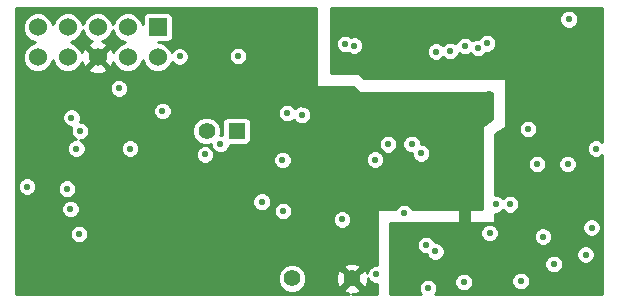
<source format=gbr>
%FSLAX34Y34*%
G04 Gerber Fmt 3.4, Leading zero omitted, Abs format*
G04 (created by PCBNEW (2013-11-03 BZR 4430)-product) date Fri 08 Nov 2013 11:28:15 PM CST*
%MOIN*%
G01*
G70*
G90*
G04 APERTURE LIST*
%ADD10C,0.005906*%
%ADD11R,0.055000X0.055000*%
%ADD12C,0.055000*%
%ADD13R,0.060000X0.060000*%
%ADD14C,0.060000*%
%ADD15C,0.021654*%
%ADD16C,0.039370*%
%ADD17C,0.006890*%
%ADD18C,0.010000*%
G04 APERTURE END LIST*
G54D10*
G54D11*
X48728Y-40393D03*
G54D12*
X47728Y-40393D03*
X50574Y-45314D03*
X52574Y-45314D03*
G54D13*
X46094Y-36940D03*
G54D14*
X46094Y-37940D03*
X45094Y-36940D03*
X45094Y-37940D03*
X44094Y-36940D03*
X44094Y-37940D03*
X43094Y-36940D03*
X43094Y-37940D03*
X42094Y-36940D03*
X42094Y-37940D03*
G54D15*
X57360Y-42840D03*
X58940Y-43920D03*
X43188Y-42992D03*
X53350Y-41350D03*
X50255Y-41358D03*
X46259Y-39724D03*
X43503Y-40393D03*
X57840Y-42840D03*
X60560Y-43620D03*
X52340Y-37500D03*
X57075Y-37475D03*
X60708Y-40984D03*
X55118Y-45629D03*
X55354Y-44409D03*
X60360Y-44520D03*
X56338Y-40157D03*
X56663Y-40157D03*
X57140Y-39180D03*
X57140Y-39420D03*
X58720Y-42007D03*
X54803Y-41771D03*
X57519Y-36673D03*
X42519Y-44625D03*
X52050Y-37650D03*
X50177Y-36830D03*
X47992Y-38779D03*
X47047Y-40295D03*
X46633Y-41692D03*
X60350Y-45275D03*
X56338Y-44409D03*
X45118Y-40000D03*
X53267Y-44645D03*
X52550Y-40550D03*
X50350Y-44125D03*
X60225Y-37525D03*
X47350Y-44675D03*
X56338Y-40610D03*
X56663Y-40836D03*
X50157Y-41771D03*
X56338Y-40836D03*
X56663Y-40610D03*
X56663Y-40383D03*
X56338Y-40383D03*
X49724Y-45314D03*
X54409Y-37559D03*
X54409Y-38267D03*
X52244Y-43346D03*
X41750Y-42250D03*
X55375Y-37750D03*
X56775Y-37625D03*
X59800Y-36675D03*
X54311Y-43129D03*
X53385Y-45177D03*
X43225Y-39950D03*
X45177Y-40984D03*
X43070Y-42322D03*
X43385Y-40984D03*
X50899Y-39856D03*
X46830Y-37913D03*
X48779Y-37893D03*
X50413Y-39803D03*
X58200Y-45400D03*
X56300Y-45425D03*
X55050Y-44200D03*
X59300Y-44825D03*
X54881Y-41141D03*
X54566Y-40826D03*
X43475Y-43825D03*
X44803Y-38976D03*
X57160Y-43800D03*
X56338Y-37559D03*
X58740Y-41496D03*
X58444Y-40334D03*
X55850Y-37725D03*
X59763Y-41496D03*
X52650Y-37550D03*
X47677Y-41181D03*
X49566Y-42755D03*
X50275Y-43070D03*
X48188Y-40826D03*
X53780Y-40840D03*
G54D16*
X56338Y-44409D02*
X56338Y-42559D01*
X56338Y-42559D02*
X56220Y-42440D01*
G54D17*
X56338Y-40585D02*
X56338Y-40610D01*
X56613Y-40836D02*
X56663Y-40836D01*
G54D10*
G36*
X57251Y-39998D02*
X56897Y-40234D01*
X56897Y-42999D01*
X55190Y-42999D01*
X55190Y-41080D01*
X55143Y-40967D01*
X55056Y-40880D01*
X54943Y-40833D01*
X54875Y-40833D01*
X54875Y-40765D01*
X54828Y-40652D01*
X54741Y-40565D01*
X54628Y-40518D01*
X54505Y-40518D01*
X54392Y-40565D01*
X54305Y-40651D01*
X54258Y-40765D01*
X54258Y-40887D01*
X54305Y-41001D01*
X54392Y-41087D01*
X54505Y-41134D01*
X54573Y-41135D01*
X54573Y-41202D01*
X54620Y-41316D01*
X54707Y-41402D01*
X54820Y-41449D01*
X54942Y-41450D01*
X55056Y-41403D01*
X55143Y-41316D01*
X55190Y-41203D01*
X55190Y-41080D01*
X55190Y-42999D01*
X54590Y-42999D01*
X54572Y-42955D01*
X54485Y-42868D01*
X54372Y-42821D01*
X54249Y-42821D01*
X54136Y-42868D01*
X54088Y-42916D01*
X54088Y-40778D01*
X54041Y-40665D01*
X53954Y-40578D01*
X53841Y-40531D01*
X53718Y-40531D01*
X53605Y-40578D01*
X53518Y-40665D01*
X53471Y-40778D01*
X53471Y-40901D01*
X53518Y-41014D01*
X53605Y-41101D01*
X53718Y-41148D01*
X53841Y-41148D01*
X53954Y-41101D01*
X54041Y-41014D01*
X54088Y-40901D01*
X54088Y-40778D01*
X54088Y-42916D01*
X54049Y-42955D01*
X54031Y-42999D01*
X53658Y-42999D01*
X53658Y-41288D01*
X53611Y-41175D01*
X53524Y-41088D01*
X53411Y-41041D01*
X53288Y-41041D01*
X53175Y-41088D01*
X53088Y-41175D01*
X53041Y-41288D01*
X53041Y-41411D01*
X53088Y-41524D01*
X53175Y-41611D01*
X53288Y-41658D01*
X53411Y-41658D01*
X53524Y-41611D01*
X53611Y-41524D01*
X53658Y-41411D01*
X53658Y-41288D01*
X53658Y-42999D01*
X53393Y-42999D01*
X53393Y-44868D01*
X53324Y-44868D01*
X53211Y-44915D01*
X53124Y-45002D01*
X53077Y-45115D01*
X53077Y-45144D01*
X53035Y-45042D01*
X52942Y-45017D01*
X52871Y-45088D01*
X52871Y-44947D01*
X52847Y-44854D01*
X52650Y-44785D01*
X52552Y-44790D01*
X52552Y-43285D01*
X52505Y-43172D01*
X52418Y-43085D01*
X52305Y-43038D01*
X52183Y-43038D01*
X52069Y-43084D01*
X51982Y-43171D01*
X51935Y-43284D01*
X51935Y-43407D01*
X51982Y-43520D01*
X52069Y-43607D01*
X52182Y-43654D01*
X52305Y-43654D01*
X52418Y-43607D01*
X52505Y-43521D01*
X52552Y-43408D01*
X52552Y-43285D01*
X52552Y-44790D01*
X52442Y-44796D01*
X52301Y-44854D01*
X52277Y-44947D01*
X52574Y-45244D01*
X52871Y-44947D01*
X52871Y-45088D01*
X52645Y-45314D01*
X52942Y-45612D01*
X53035Y-45587D01*
X53104Y-45390D01*
X53099Y-45290D01*
X53124Y-45351D01*
X53210Y-45438D01*
X53324Y-45485D01*
X53393Y-45485D01*
X53393Y-45840D01*
X52578Y-45840D01*
X52707Y-45833D01*
X52847Y-45775D01*
X52871Y-45682D01*
X52574Y-45385D01*
X52504Y-45456D01*
X52504Y-45314D01*
X52207Y-45017D01*
X52114Y-45042D01*
X52044Y-45239D01*
X52056Y-45447D01*
X52114Y-45587D01*
X52207Y-45612D01*
X52504Y-45314D01*
X52504Y-45456D01*
X52277Y-45682D01*
X52301Y-45775D01*
X52486Y-45840D01*
X51207Y-45840D01*
X51207Y-39795D01*
X51161Y-39681D01*
X51074Y-39595D01*
X50961Y-39548D01*
X50838Y-39547D01*
X50725Y-39594D01*
X50679Y-39640D01*
X50674Y-39628D01*
X50588Y-39541D01*
X50474Y-39494D01*
X50352Y-39494D01*
X50238Y-39541D01*
X50152Y-39628D01*
X50105Y-39741D01*
X50105Y-39864D01*
X50151Y-39977D01*
X50238Y-40064D01*
X50351Y-40111D01*
X50474Y-40111D01*
X50587Y-40064D01*
X50633Y-40019D01*
X50638Y-40030D01*
X50724Y-40117D01*
X50838Y-40164D01*
X50960Y-40164D01*
X51073Y-40117D01*
X51160Y-40031D01*
X51207Y-39917D01*
X51207Y-39795D01*
X51207Y-45840D01*
X51049Y-45840D01*
X51049Y-45220D01*
X50977Y-45046D01*
X50844Y-44912D01*
X50669Y-44840D01*
X50583Y-44839D01*
X50583Y-43009D01*
X50564Y-42962D01*
X50564Y-41297D01*
X50517Y-41183D01*
X50430Y-41097D01*
X50317Y-41050D01*
X50194Y-41049D01*
X50081Y-41096D01*
X49994Y-41183D01*
X49947Y-41296D01*
X49947Y-41419D01*
X49994Y-41532D01*
X50081Y-41619D01*
X50194Y-41666D01*
X50316Y-41666D01*
X50430Y-41619D01*
X50517Y-41533D01*
X50564Y-41419D01*
X50564Y-41297D01*
X50564Y-42962D01*
X50537Y-42896D01*
X50450Y-42809D01*
X50337Y-42762D01*
X50214Y-42762D01*
X50101Y-42809D01*
X50014Y-42896D01*
X49967Y-43009D01*
X49967Y-43131D01*
X50014Y-43245D01*
X50100Y-43332D01*
X50214Y-43379D01*
X50336Y-43379D01*
X50449Y-43332D01*
X50536Y-43245D01*
X50583Y-43132D01*
X50583Y-43009D01*
X50583Y-44839D01*
X50480Y-44839D01*
X50306Y-44912D01*
X50172Y-45045D01*
X50099Y-45220D01*
X50099Y-45409D01*
X50171Y-45583D01*
X50305Y-45717D01*
X50479Y-45789D01*
X50668Y-45790D01*
X50843Y-45717D01*
X50977Y-45584D01*
X51049Y-45409D01*
X51049Y-45220D01*
X51049Y-45840D01*
X49875Y-45840D01*
X49875Y-42694D01*
X49828Y-42581D01*
X49741Y-42494D01*
X49628Y-42447D01*
X49505Y-42447D01*
X49392Y-42494D01*
X49305Y-42581D01*
X49258Y-42694D01*
X49258Y-42816D01*
X49305Y-42930D01*
X49392Y-43017D01*
X49505Y-43064D01*
X49627Y-43064D01*
X49741Y-43017D01*
X49828Y-42930D01*
X49875Y-42817D01*
X49875Y-42694D01*
X49875Y-45840D01*
X49203Y-45840D01*
X49203Y-40708D01*
X49203Y-40628D01*
X49203Y-40078D01*
X49172Y-40005D01*
X49116Y-39949D01*
X49087Y-39937D01*
X49087Y-37832D01*
X49041Y-37719D01*
X48954Y-37632D01*
X48841Y-37585D01*
X48718Y-37585D01*
X48605Y-37632D01*
X48518Y-37718D01*
X48471Y-37832D01*
X48471Y-37954D01*
X48518Y-38068D01*
X48604Y-38154D01*
X48717Y-38201D01*
X48840Y-38202D01*
X48953Y-38155D01*
X49040Y-38068D01*
X49087Y-37955D01*
X49087Y-37832D01*
X49087Y-39937D01*
X49043Y-39918D01*
X48963Y-39918D01*
X48413Y-39918D01*
X48340Y-39949D01*
X48283Y-40005D01*
X48253Y-40078D01*
X48253Y-40158D01*
X48253Y-40519D01*
X48250Y-40518D01*
X48190Y-40518D01*
X48203Y-40488D01*
X48203Y-40299D01*
X48131Y-40124D01*
X47997Y-39991D01*
X47823Y-39918D01*
X47634Y-39918D01*
X47459Y-39990D01*
X47325Y-40124D01*
X47253Y-40298D01*
X47253Y-40487D01*
X47325Y-40662D01*
X47458Y-40796D01*
X47633Y-40868D01*
X47822Y-40868D01*
X47880Y-40844D01*
X47880Y-40887D01*
X47923Y-40991D01*
X47852Y-40919D01*
X47738Y-40872D01*
X47616Y-40872D01*
X47502Y-40919D01*
X47415Y-41006D01*
X47368Y-41119D01*
X47368Y-41242D01*
X47415Y-41355D01*
X47502Y-41442D01*
X47615Y-41489D01*
X47738Y-41489D01*
X47851Y-41442D01*
X47938Y-41355D01*
X47985Y-41242D01*
X47985Y-41120D01*
X47942Y-41016D01*
X48014Y-41087D01*
X48127Y-41134D01*
X48250Y-41135D01*
X48363Y-41088D01*
X48450Y-41001D01*
X48497Y-40888D01*
X48497Y-40868D01*
X49043Y-40868D01*
X49116Y-40838D01*
X49172Y-40781D01*
X49203Y-40708D01*
X49203Y-45840D01*
X47139Y-45840D01*
X47139Y-37852D01*
X47092Y-37738D01*
X47005Y-37652D01*
X46892Y-37605D01*
X46769Y-37605D01*
X46656Y-37651D01*
X46569Y-37738D01*
X46560Y-37759D01*
X46518Y-37658D01*
X46378Y-37517D01*
X46194Y-37441D01*
X46094Y-37440D01*
X46434Y-37440D01*
X46507Y-37410D01*
X46564Y-37354D01*
X46594Y-37280D01*
X46594Y-37201D01*
X46594Y-36601D01*
X46564Y-36527D01*
X46507Y-36471D01*
X46434Y-36440D01*
X46354Y-36440D01*
X45754Y-36440D01*
X45681Y-36471D01*
X45624Y-36527D01*
X45594Y-36601D01*
X45594Y-36680D01*
X45594Y-36841D01*
X45518Y-36658D01*
X45378Y-36517D01*
X45194Y-36441D01*
X44995Y-36440D01*
X44811Y-36516D01*
X44670Y-36657D01*
X44594Y-36841D01*
X44594Y-36841D01*
X44518Y-36658D01*
X44378Y-36517D01*
X44194Y-36441D01*
X43995Y-36440D01*
X43811Y-36516D01*
X43670Y-36657D01*
X43594Y-36841D01*
X43594Y-36841D01*
X43518Y-36658D01*
X43378Y-36517D01*
X43194Y-36441D01*
X42995Y-36440D01*
X42811Y-36516D01*
X42670Y-36657D01*
X42594Y-36841D01*
X42594Y-36841D01*
X42518Y-36658D01*
X42378Y-36517D01*
X42194Y-36441D01*
X41995Y-36440D01*
X41811Y-36516D01*
X41670Y-36657D01*
X41594Y-36841D01*
X41594Y-37039D01*
X41670Y-37223D01*
X41810Y-37364D01*
X41994Y-37440D01*
X41995Y-37440D01*
X41811Y-37516D01*
X41670Y-37657D01*
X41594Y-37841D01*
X41594Y-38039D01*
X41670Y-38223D01*
X41810Y-38364D01*
X41994Y-38440D01*
X42193Y-38441D01*
X42377Y-38365D01*
X42518Y-38224D01*
X42594Y-38040D01*
X42594Y-38039D01*
X42670Y-38223D01*
X42810Y-38364D01*
X42994Y-38440D01*
X43193Y-38441D01*
X43377Y-38365D01*
X43518Y-38224D01*
X43564Y-38112D01*
X43613Y-38228D01*
X43708Y-38256D01*
X44023Y-37940D01*
X43708Y-37625D01*
X43613Y-37653D01*
X43568Y-37778D01*
X43518Y-37658D01*
X43378Y-37517D01*
X43194Y-37441D01*
X43193Y-37441D01*
X43377Y-37365D01*
X43518Y-37224D01*
X43594Y-37040D01*
X43594Y-37039D01*
X43670Y-37223D01*
X43810Y-37364D01*
X43923Y-37411D01*
X43806Y-37459D01*
X43779Y-37555D01*
X44094Y-37870D01*
X44409Y-37555D01*
X44382Y-37459D01*
X44256Y-37414D01*
X44377Y-37365D01*
X44518Y-37224D01*
X44594Y-37040D01*
X44594Y-37039D01*
X44670Y-37223D01*
X44810Y-37364D01*
X44994Y-37440D01*
X44995Y-37440D01*
X44811Y-37516D01*
X44670Y-37657D01*
X44624Y-37769D01*
X44575Y-37653D01*
X44480Y-37625D01*
X44165Y-37940D01*
X44480Y-38256D01*
X44575Y-38228D01*
X44620Y-38103D01*
X44670Y-38223D01*
X44810Y-38364D01*
X44994Y-38440D01*
X45193Y-38441D01*
X45377Y-38365D01*
X45518Y-38224D01*
X45594Y-38040D01*
X45594Y-38039D01*
X45670Y-38223D01*
X45810Y-38364D01*
X45994Y-38440D01*
X46193Y-38441D01*
X46377Y-38365D01*
X46518Y-38224D01*
X46573Y-38091D01*
X46655Y-38174D01*
X46769Y-38221D01*
X46891Y-38221D01*
X47005Y-38174D01*
X47091Y-38088D01*
X47138Y-37974D01*
X47139Y-37852D01*
X47139Y-45840D01*
X46568Y-45840D01*
X46568Y-39663D01*
X46521Y-39550D01*
X46434Y-39463D01*
X46321Y-39416D01*
X46198Y-39416D01*
X46085Y-39462D01*
X45998Y-39549D01*
X45951Y-39662D01*
X45951Y-39785D01*
X45998Y-39898D01*
X46084Y-39985D01*
X46198Y-40032D01*
X46320Y-40032D01*
X46434Y-39985D01*
X46521Y-39899D01*
X46568Y-39785D01*
X46568Y-39663D01*
X46568Y-45840D01*
X45485Y-45840D01*
X45485Y-40923D01*
X45438Y-40809D01*
X45352Y-40723D01*
X45238Y-40676D01*
X45116Y-40675D01*
X45111Y-40677D01*
X45111Y-38915D01*
X45064Y-38801D01*
X44977Y-38715D01*
X44864Y-38668D01*
X44742Y-38668D01*
X44628Y-38714D01*
X44541Y-38801D01*
X44494Y-38914D01*
X44494Y-39037D01*
X44541Y-39150D01*
X44628Y-39237D01*
X44741Y-39284D01*
X44864Y-39284D01*
X44977Y-39237D01*
X45064Y-39151D01*
X45111Y-39037D01*
X45111Y-38915D01*
X45111Y-40677D01*
X45002Y-40722D01*
X44915Y-40809D01*
X44868Y-40922D01*
X44868Y-41045D01*
X44915Y-41158D01*
X45002Y-41245D01*
X45115Y-41292D01*
X45238Y-41292D01*
X45351Y-41245D01*
X45438Y-41159D01*
X45485Y-41045D01*
X45485Y-40923D01*
X45485Y-45840D01*
X44409Y-45840D01*
X44409Y-38326D01*
X44094Y-38011D01*
X43779Y-38326D01*
X43806Y-38422D01*
X44012Y-38495D01*
X44231Y-38484D01*
X44382Y-38422D01*
X44409Y-38326D01*
X44409Y-45840D01*
X43812Y-45840D01*
X43812Y-40332D01*
X43765Y-40219D01*
X43678Y-40132D01*
X43565Y-40085D01*
X43502Y-40085D01*
X43533Y-40011D01*
X43533Y-39888D01*
X43486Y-39775D01*
X43399Y-39688D01*
X43286Y-39641D01*
X43163Y-39641D01*
X43050Y-39688D01*
X42963Y-39775D01*
X42916Y-39888D01*
X42916Y-40011D01*
X42963Y-40124D01*
X43050Y-40211D01*
X43163Y-40258D01*
X43226Y-40258D01*
X43195Y-40332D01*
X43195Y-40454D01*
X43242Y-40568D01*
X43329Y-40654D01*
X43379Y-40675D01*
X43324Y-40675D01*
X43211Y-40722D01*
X43124Y-40809D01*
X43077Y-40922D01*
X43077Y-41045D01*
X43124Y-41158D01*
X43210Y-41245D01*
X43324Y-41292D01*
X43446Y-41292D01*
X43560Y-41245D01*
X43647Y-41159D01*
X43694Y-41045D01*
X43694Y-40923D01*
X43647Y-40809D01*
X43560Y-40723D01*
X43509Y-40701D01*
X43564Y-40702D01*
X43678Y-40655D01*
X43765Y-40568D01*
X43812Y-40455D01*
X43812Y-40332D01*
X43812Y-45840D01*
X43783Y-45840D01*
X43783Y-43763D01*
X43736Y-43650D01*
X43649Y-43563D01*
X43536Y-43516D01*
X43497Y-43516D01*
X43497Y-42931D01*
X43450Y-42817D01*
X43379Y-42746D01*
X43379Y-42261D01*
X43332Y-42148D01*
X43245Y-42061D01*
X43132Y-42014D01*
X43009Y-42014D01*
X42896Y-42061D01*
X42809Y-42147D01*
X42762Y-42261D01*
X42762Y-42383D01*
X42809Y-42497D01*
X42896Y-42584D01*
X43009Y-42631D01*
X43131Y-42631D01*
X43245Y-42584D01*
X43332Y-42497D01*
X43379Y-42384D01*
X43379Y-42261D01*
X43379Y-42746D01*
X43363Y-42730D01*
X43250Y-42683D01*
X43127Y-42683D01*
X43014Y-42730D01*
X42927Y-42817D01*
X42880Y-42930D01*
X42880Y-43053D01*
X42927Y-43166D01*
X43014Y-43253D01*
X43127Y-43300D01*
X43250Y-43300D01*
X43363Y-43253D01*
X43450Y-43166D01*
X43497Y-43053D01*
X43497Y-42931D01*
X43497Y-43516D01*
X43413Y-43516D01*
X43300Y-43563D01*
X43213Y-43650D01*
X43166Y-43763D01*
X43166Y-43886D01*
X43213Y-43999D01*
X43300Y-44086D01*
X43413Y-44133D01*
X43536Y-44133D01*
X43649Y-44086D01*
X43736Y-43999D01*
X43783Y-43886D01*
X43783Y-43763D01*
X43783Y-45840D01*
X42058Y-45840D01*
X42058Y-42188D01*
X42011Y-42075D01*
X41924Y-41988D01*
X41811Y-41941D01*
X41688Y-41941D01*
X41575Y-41988D01*
X41488Y-42075D01*
X41441Y-42188D01*
X41441Y-42311D01*
X41488Y-42424D01*
X41575Y-42511D01*
X41688Y-42558D01*
X41811Y-42558D01*
X41924Y-42511D01*
X42011Y-42424D01*
X42058Y-42311D01*
X42058Y-42188D01*
X42058Y-45840D01*
X41384Y-45840D01*
X41384Y-36309D01*
X51385Y-36309D01*
X51385Y-38929D01*
X52615Y-38929D01*
X52811Y-39126D01*
X57251Y-39126D01*
X57251Y-39998D01*
X57251Y-39998D01*
G37*
G54D18*
X57251Y-39998D02*
X56897Y-40234D01*
X56897Y-42999D01*
X55190Y-42999D01*
X55190Y-41080D01*
X55143Y-40967D01*
X55056Y-40880D01*
X54943Y-40833D01*
X54875Y-40833D01*
X54875Y-40765D01*
X54828Y-40652D01*
X54741Y-40565D01*
X54628Y-40518D01*
X54505Y-40518D01*
X54392Y-40565D01*
X54305Y-40651D01*
X54258Y-40765D01*
X54258Y-40887D01*
X54305Y-41001D01*
X54392Y-41087D01*
X54505Y-41134D01*
X54573Y-41135D01*
X54573Y-41202D01*
X54620Y-41316D01*
X54707Y-41402D01*
X54820Y-41449D01*
X54942Y-41450D01*
X55056Y-41403D01*
X55143Y-41316D01*
X55190Y-41203D01*
X55190Y-41080D01*
X55190Y-42999D01*
X54590Y-42999D01*
X54572Y-42955D01*
X54485Y-42868D01*
X54372Y-42821D01*
X54249Y-42821D01*
X54136Y-42868D01*
X54088Y-42916D01*
X54088Y-40778D01*
X54041Y-40665D01*
X53954Y-40578D01*
X53841Y-40531D01*
X53718Y-40531D01*
X53605Y-40578D01*
X53518Y-40665D01*
X53471Y-40778D01*
X53471Y-40901D01*
X53518Y-41014D01*
X53605Y-41101D01*
X53718Y-41148D01*
X53841Y-41148D01*
X53954Y-41101D01*
X54041Y-41014D01*
X54088Y-40901D01*
X54088Y-40778D01*
X54088Y-42916D01*
X54049Y-42955D01*
X54031Y-42999D01*
X53658Y-42999D01*
X53658Y-41288D01*
X53611Y-41175D01*
X53524Y-41088D01*
X53411Y-41041D01*
X53288Y-41041D01*
X53175Y-41088D01*
X53088Y-41175D01*
X53041Y-41288D01*
X53041Y-41411D01*
X53088Y-41524D01*
X53175Y-41611D01*
X53288Y-41658D01*
X53411Y-41658D01*
X53524Y-41611D01*
X53611Y-41524D01*
X53658Y-41411D01*
X53658Y-41288D01*
X53658Y-42999D01*
X53393Y-42999D01*
X53393Y-44868D01*
X53324Y-44868D01*
X53211Y-44915D01*
X53124Y-45002D01*
X53077Y-45115D01*
X53077Y-45144D01*
X53035Y-45042D01*
X52942Y-45017D01*
X52871Y-45088D01*
X52871Y-44947D01*
X52847Y-44854D01*
X52650Y-44785D01*
X52552Y-44790D01*
X52552Y-43285D01*
X52505Y-43172D01*
X52418Y-43085D01*
X52305Y-43038D01*
X52183Y-43038D01*
X52069Y-43084D01*
X51982Y-43171D01*
X51935Y-43284D01*
X51935Y-43407D01*
X51982Y-43520D01*
X52069Y-43607D01*
X52182Y-43654D01*
X52305Y-43654D01*
X52418Y-43607D01*
X52505Y-43521D01*
X52552Y-43408D01*
X52552Y-43285D01*
X52552Y-44790D01*
X52442Y-44796D01*
X52301Y-44854D01*
X52277Y-44947D01*
X52574Y-45244D01*
X52871Y-44947D01*
X52871Y-45088D01*
X52645Y-45314D01*
X52942Y-45612D01*
X53035Y-45587D01*
X53104Y-45390D01*
X53099Y-45290D01*
X53124Y-45351D01*
X53210Y-45438D01*
X53324Y-45485D01*
X53393Y-45485D01*
X53393Y-45840D01*
X52578Y-45840D01*
X52707Y-45833D01*
X52847Y-45775D01*
X52871Y-45682D01*
X52574Y-45385D01*
X52504Y-45456D01*
X52504Y-45314D01*
X52207Y-45017D01*
X52114Y-45042D01*
X52044Y-45239D01*
X52056Y-45447D01*
X52114Y-45587D01*
X52207Y-45612D01*
X52504Y-45314D01*
X52504Y-45456D01*
X52277Y-45682D01*
X52301Y-45775D01*
X52486Y-45840D01*
X51207Y-45840D01*
X51207Y-39795D01*
X51161Y-39681D01*
X51074Y-39595D01*
X50961Y-39548D01*
X50838Y-39547D01*
X50725Y-39594D01*
X50679Y-39640D01*
X50674Y-39628D01*
X50588Y-39541D01*
X50474Y-39494D01*
X50352Y-39494D01*
X50238Y-39541D01*
X50152Y-39628D01*
X50105Y-39741D01*
X50105Y-39864D01*
X50151Y-39977D01*
X50238Y-40064D01*
X50351Y-40111D01*
X50474Y-40111D01*
X50587Y-40064D01*
X50633Y-40019D01*
X50638Y-40030D01*
X50724Y-40117D01*
X50838Y-40164D01*
X50960Y-40164D01*
X51073Y-40117D01*
X51160Y-40031D01*
X51207Y-39917D01*
X51207Y-39795D01*
X51207Y-45840D01*
X51049Y-45840D01*
X51049Y-45220D01*
X50977Y-45046D01*
X50844Y-44912D01*
X50669Y-44840D01*
X50583Y-44839D01*
X50583Y-43009D01*
X50564Y-42962D01*
X50564Y-41297D01*
X50517Y-41183D01*
X50430Y-41097D01*
X50317Y-41050D01*
X50194Y-41049D01*
X50081Y-41096D01*
X49994Y-41183D01*
X49947Y-41296D01*
X49947Y-41419D01*
X49994Y-41532D01*
X50081Y-41619D01*
X50194Y-41666D01*
X50316Y-41666D01*
X50430Y-41619D01*
X50517Y-41533D01*
X50564Y-41419D01*
X50564Y-41297D01*
X50564Y-42962D01*
X50537Y-42896D01*
X50450Y-42809D01*
X50337Y-42762D01*
X50214Y-42762D01*
X50101Y-42809D01*
X50014Y-42896D01*
X49967Y-43009D01*
X49967Y-43131D01*
X50014Y-43245D01*
X50100Y-43332D01*
X50214Y-43379D01*
X50336Y-43379D01*
X50449Y-43332D01*
X50536Y-43245D01*
X50583Y-43132D01*
X50583Y-43009D01*
X50583Y-44839D01*
X50480Y-44839D01*
X50306Y-44912D01*
X50172Y-45045D01*
X50099Y-45220D01*
X50099Y-45409D01*
X50171Y-45583D01*
X50305Y-45717D01*
X50479Y-45789D01*
X50668Y-45790D01*
X50843Y-45717D01*
X50977Y-45584D01*
X51049Y-45409D01*
X51049Y-45220D01*
X51049Y-45840D01*
X49875Y-45840D01*
X49875Y-42694D01*
X49828Y-42581D01*
X49741Y-42494D01*
X49628Y-42447D01*
X49505Y-42447D01*
X49392Y-42494D01*
X49305Y-42581D01*
X49258Y-42694D01*
X49258Y-42816D01*
X49305Y-42930D01*
X49392Y-43017D01*
X49505Y-43064D01*
X49627Y-43064D01*
X49741Y-43017D01*
X49828Y-42930D01*
X49875Y-42817D01*
X49875Y-42694D01*
X49875Y-45840D01*
X49203Y-45840D01*
X49203Y-40708D01*
X49203Y-40628D01*
X49203Y-40078D01*
X49172Y-40005D01*
X49116Y-39949D01*
X49087Y-39937D01*
X49087Y-37832D01*
X49041Y-37719D01*
X48954Y-37632D01*
X48841Y-37585D01*
X48718Y-37585D01*
X48605Y-37632D01*
X48518Y-37718D01*
X48471Y-37832D01*
X48471Y-37954D01*
X48518Y-38068D01*
X48604Y-38154D01*
X48717Y-38201D01*
X48840Y-38202D01*
X48953Y-38155D01*
X49040Y-38068D01*
X49087Y-37955D01*
X49087Y-37832D01*
X49087Y-39937D01*
X49043Y-39918D01*
X48963Y-39918D01*
X48413Y-39918D01*
X48340Y-39949D01*
X48283Y-40005D01*
X48253Y-40078D01*
X48253Y-40158D01*
X48253Y-40519D01*
X48250Y-40518D01*
X48190Y-40518D01*
X48203Y-40488D01*
X48203Y-40299D01*
X48131Y-40124D01*
X47997Y-39991D01*
X47823Y-39918D01*
X47634Y-39918D01*
X47459Y-39990D01*
X47325Y-40124D01*
X47253Y-40298D01*
X47253Y-40487D01*
X47325Y-40662D01*
X47458Y-40796D01*
X47633Y-40868D01*
X47822Y-40868D01*
X47880Y-40844D01*
X47880Y-40887D01*
X47923Y-40991D01*
X47852Y-40919D01*
X47738Y-40872D01*
X47616Y-40872D01*
X47502Y-40919D01*
X47415Y-41006D01*
X47368Y-41119D01*
X47368Y-41242D01*
X47415Y-41355D01*
X47502Y-41442D01*
X47615Y-41489D01*
X47738Y-41489D01*
X47851Y-41442D01*
X47938Y-41355D01*
X47985Y-41242D01*
X47985Y-41120D01*
X47942Y-41016D01*
X48014Y-41087D01*
X48127Y-41134D01*
X48250Y-41135D01*
X48363Y-41088D01*
X48450Y-41001D01*
X48497Y-40888D01*
X48497Y-40868D01*
X49043Y-40868D01*
X49116Y-40838D01*
X49172Y-40781D01*
X49203Y-40708D01*
X49203Y-45840D01*
X47139Y-45840D01*
X47139Y-37852D01*
X47092Y-37738D01*
X47005Y-37652D01*
X46892Y-37605D01*
X46769Y-37605D01*
X46656Y-37651D01*
X46569Y-37738D01*
X46560Y-37759D01*
X46518Y-37658D01*
X46378Y-37517D01*
X46194Y-37441D01*
X46094Y-37440D01*
X46434Y-37440D01*
X46507Y-37410D01*
X46564Y-37354D01*
X46594Y-37280D01*
X46594Y-37201D01*
X46594Y-36601D01*
X46564Y-36527D01*
X46507Y-36471D01*
X46434Y-36440D01*
X46354Y-36440D01*
X45754Y-36440D01*
X45681Y-36471D01*
X45624Y-36527D01*
X45594Y-36601D01*
X45594Y-36680D01*
X45594Y-36841D01*
X45518Y-36658D01*
X45378Y-36517D01*
X45194Y-36441D01*
X44995Y-36440D01*
X44811Y-36516D01*
X44670Y-36657D01*
X44594Y-36841D01*
X44594Y-36841D01*
X44518Y-36658D01*
X44378Y-36517D01*
X44194Y-36441D01*
X43995Y-36440D01*
X43811Y-36516D01*
X43670Y-36657D01*
X43594Y-36841D01*
X43594Y-36841D01*
X43518Y-36658D01*
X43378Y-36517D01*
X43194Y-36441D01*
X42995Y-36440D01*
X42811Y-36516D01*
X42670Y-36657D01*
X42594Y-36841D01*
X42594Y-36841D01*
X42518Y-36658D01*
X42378Y-36517D01*
X42194Y-36441D01*
X41995Y-36440D01*
X41811Y-36516D01*
X41670Y-36657D01*
X41594Y-36841D01*
X41594Y-37039D01*
X41670Y-37223D01*
X41810Y-37364D01*
X41994Y-37440D01*
X41995Y-37440D01*
X41811Y-37516D01*
X41670Y-37657D01*
X41594Y-37841D01*
X41594Y-38039D01*
X41670Y-38223D01*
X41810Y-38364D01*
X41994Y-38440D01*
X42193Y-38441D01*
X42377Y-38365D01*
X42518Y-38224D01*
X42594Y-38040D01*
X42594Y-38039D01*
X42670Y-38223D01*
X42810Y-38364D01*
X42994Y-38440D01*
X43193Y-38441D01*
X43377Y-38365D01*
X43518Y-38224D01*
X43564Y-38112D01*
X43613Y-38228D01*
X43708Y-38256D01*
X44023Y-37940D01*
X43708Y-37625D01*
X43613Y-37653D01*
X43568Y-37778D01*
X43518Y-37658D01*
X43378Y-37517D01*
X43194Y-37441D01*
X43193Y-37441D01*
X43377Y-37365D01*
X43518Y-37224D01*
X43594Y-37040D01*
X43594Y-37039D01*
X43670Y-37223D01*
X43810Y-37364D01*
X43923Y-37411D01*
X43806Y-37459D01*
X43779Y-37555D01*
X44094Y-37870D01*
X44409Y-37555D01*
X44382Y-37459D01*
X44256Y-37414D01*
X44377Y-37365D01*
X44518Y-37224D01*
X44594Y-37040D01*
X44594Y-37039D01*
X44670Y-37223D01*
X44810Y-37364D01*
X44994Y-37440D01*
X44995Y-37440D01*
X44811Y-37516D01*
X44670Y-37657D01*
X44624Y-37769D01*
X44575Y-37653D01*
X44480Y-37625D01*
X44165Y-37940D01*
X44480Y-38256D01*
X44575Y-38228D01*
X44620Y-38103D01*
X44670Y-38223D01*
X44810Y-38364D01*
X44994Y-38440D01*
X45193Y-38441D01*
X45377Y-38365D01*
X45518Y-38224D01*
X45594Y-38040D01*
X45594Y-38039D01*
X45670Y-38223D01*
X45810Y-38364D01*
X45994Y-38440D01*
X46193Y-38441D01*
X46377Y-38365D01*
X46518Y-38224D01*
X46573Y-38091D01*
X46655Y-38174D01*
X46769Y-38221D01*
X46891Y-38221D01*
X47005Y-38174D01*
X47091Y-38088D01*
X47138Y-37974D01*
X47139Y-37852D01*
X47139Y-45840D01*
X46568Y-45840D01*
X46568Y-39663D01*
X46521Y-39550D01*
X46434Y-39463D01*
X46321Y-39416D01*
X46198Y-39416D01*
X46085Y-39462D01*
X45998Y-39549D01*
X45951Y-39662D01*
X45951Y-39785D01*
X45998Y-39898D01*
X46084Y-39985D01*
X46198Y-40032D01*
X46320Y-40032D01*
X46434Y-39985D01*
X46521Y-39899D01*
X46568Y-39785D01*
X46568Y-39663D01*
X46568Y-45840D01*
X45485Y-45840D01*
X45485Y-40923D01*
X45438Y-40809D01*
X45352Y-40723D01*
X45238Y-40676D01*
X45116Y-40675D01*
X45111Y-40677D01*
X45111Y-38915D01*
X45064Y-38801D01*
X44977Y-38715D01*
X44864Y-38668D01*
X44742Y-38668D01*
X44628Y-38714D01*
X44541Y-38801D01*
X44494Y-38914D01*
X44494Y-39037D01*
X44541Y-39150D01*
X44628Y-39237D01*
X44741Y-39284D01*
X44864Y-39284D01*
X44977Y-39237D01*
X45064Y-39151D01*
X45111Y-39037D01*
X45111Y-38915D01*
X45111Y-40677D01*
X45002Y-40722D01*
X44915Y-40809D01*
X44868Y-40922D01*
X44868Y-41045D01*
X44915Y-41158D01*
X45002Y-41245D01*
X45115Y-41292D01*
X45238Y-41292D01*
X45351Y-41245D01*
X45438Y-41159D01*
X45485Y-41045D01*
X45485Y-40923D01*
X45485Y-45840D01*
X44409Y-45840D01*
X44409Y-38326D01*
X44094Y-38011D01*
X43779Y-38326D01*
X43806Y-38422D01*
X44012Y-38495D01*
X44231Y-38484D01*
X44382Y-38422D01*
X44409Y-38326D01*
X44409Y-45840D01*
X43812Y-45840D01*
X43812Y-40332D01*
X43765Y-40219D01*
X43678Y-40132D01*
X43565Y-40085D01*
X43502Y-40085D01*
X43533Y-40011D01*
X43533Y-39888D01*
X43486Y-39775D01*
X43399Y-39688D01*
X43286Y-39641D01*
X43163Y-39641D01*
X43050Y-39688D01*
X42963Y-39775D01*
X42916Y-39888D01*
X42916Y-40011D01*
X42963Y-40124D01*
X43050Y-40211D01*
X43163Y-40258D01*
X43226Y-40258D01*
X43195Y-40332D01*
X43195Y-40454D01*
X43242Y-40568D01*
X43329Y-40654D01*
X43379Y-40675D01*
X43324Y-40675D01*
X43211Y-40722D01*
X43124Y-40809D01*
X43077Y-40922D01*
X43077Y-41045D01*
X43124Y-41158D01*
X43210Y-41245D01*
X43324Y-41292D01*
X43446Y-41292D01*
X43560Y-41245D01*
X43647Y-41159D01*
X43694Y-41045D01*
X43694Y-40923D01*
X43647Y-40809D01*
X43560Y-40723D01*
X43509Y-40701D01*
X43564Y-40702D01*
X43678Y-40655D01*
X43765Y-40568D01*
X43812Y-40455D01*
X43812Y-40332D01*
X43812Y-45840D01*
X43783Y-45840D01*
X43783Y-43763D01*
X43736Y-43650D01*
X43649Y-43563D01*
X43536Y-43516D01*
X43497Y-43516D01*
X43497Y-42931D01*
X43450Y-42817D01*
X43379Y-42746D01*
X43379Y-42261D01*
X43332Y-42148D01*
X43245Y-42061D01*
X43132Y-42014D01*
X43009Y-42014D01*
X42896Y-42061D01*
X42809Y-42147D01*
X42762Y-42261D01*
X42762Y-42383D01*
X42809Y-42497D01*
X42896Y-42584D01*
X43009Y-42631D01*
X43131Y-42631D01*
X43245Y-42584D01*
X43332Y-42497D01*
X43379Y-42384D01*
X43379Y-42261D01*
X43379Y-42746D01*
X43363Y-42730D01*
X43250Y-42683D01*
X43127Y-42683D01*
X43014Y-42730D01*
X42927Y-42817D01*
X42880Y-42930D01*
X42880Y-43053D01*
X42927Y-43166D01*
X43014Y-43253D01*
X43127Y-43300D01*
X43250Y-43300D01*
X43363Y-43253D01*
X43450Y-43166D01*
X43497Y-43053D01*
X43497Y-42931D01*
X43497Y-43516D01*
X43413Y-43516D01*
X43300Y-43563D01*
X43213Y-43650D01*
X43166Y-43763D01*
X43166Y-43886D01*
X43213Y-43999D01*
X43300Y-44086D01*
X43413Y-44133D01*
X43536Y-44133D01*
X43649Y-44086D01*
X43736Y-43999D01*
X43783Y-43886D01*
X43783Y-43763D01*
X43783Y-45840D01*
X42058Y-45840D01*
X42058Y-42188D01*
X42011Y-42075D01*
X41924Y-41988D01*
X41811Y-41941D01*
X41688Y-41941D01*
X41575Y-41988D01*
X41488Y-42075D01*
X41441Y-42188D01*
X41441Y-42311D01*
X41488Y-42424D01*
X41575Y-42511D01*
X41688Y-42558D01*
X41811Y-42558D01*
X41924Y-42511D01*
X42011Y-42424D01*
X42058Y-42311D01*
X42058Y-42188D01*
X42058Y-45840D01*
X41384Y-45840D01*
X41384Y-36309D01*
X51385Y-36309D01*
X51385Y-38929D01*
X52615Y-38929D01*
X52811Y-39126D01*
X57251Y-39126D01*
X57251Y-39998D01*
G54D10*
G36*
X60915Y-45840D02*
X60868Y-45840D01*
X60868Y-43558D01*
X60821Y-43445D01*
X60734Y-43358D01*
X60621Y-43311D01*
X60498Y-43311D01*
X60385Y-43358D01*
X60298Y-43445D01*
X60251Y-43558D01*
X60251Y-43681D01*
X60298Y-43794D01*
X60385Y-43881D01*
X60498Y-43928D01*
X60621Y-43928D01*
X60734Y-43881D01*
X60821Y-43794D01*
X60868Y-43681D01*
X60868Y-43558D01*
X60868Y-45840D01*
X60668Y-45840D01*
X60668Y-44458D01*
X60621Y-44345D01*
X60534Y-44258D01*
X60421Y-44211D01*
X60298Y-44211D01*
X60185Y-44258D01*
X60108Y-44335D01*
X60108Y-36613D01*
X60061Y-36500D01*
X59974Y-36413D01*
X59861Y-36366D01*
X59738Y-36366D01*
X59625Y-36413D01*
X59538Y-36500D01*
X59491Y-36613D01*
X59491Y-36736D01*
X59538Y-36849D01*
X59625Y-36936D01*
X59738Y-36983D01*
X59861Y-36983D01*
X59974Y-36936D01*
X60061Y-36849D01*
X60108Y-36736D01*
X60108Y-36613D01*
X60108Y-44335D01*
X60098Y-44345D01*
X60072Y-44409D01*
X60072Y-41435D01*
X60025Y-41321D01*
X59938Y-41234D01*
X59825Y-41187D01*
X59702Y-41187D01*
X59589Y-41234D01*
X59502Y-41321D01*
X59455Y-41434D01*
X59455Y-41557D01*
X59502Y-41670D01*
X59588Y-41757D01*
X59702Y-41804D01*
X59824Y-41804D01*
X59938Y-41757D01*
X60024Y-41670D01*
X60071Y-41557D01*
X60072Y-41435D01*
X60072Y-44409D01*
X60051Y-44458D01*
X60051Y-44581D01*
X60098Y-44694D01*
X60185Y-44781D01*
X60298Y-44828D01*
X60421Y-44828D01*
X60534Y-44781D01*
X60621Y-44694D01*
X60668Y-44581D01*
X60668Y-44458D01*
X60668Y-45840D01*
X59608Y-45840D01*
X59608Y-44763D01*
X59561Y-44650D01*
X59474Y-44563D01*
X59361Y-44516D01*
X59248Y-44516D01*
X59248Y-43858D01*
X59201Y-43745D01*
X59114Y-43658D01*
X59048Y-43631D01*
X59048Y-41435D01*
X59001Y-41321D01*
X58915Y-41234D01*
X58801Y-41187D01*
X58753Y-41187D01*
X58753Y-40273D01*
X58706Y-40160D01*
X58619Y-40073D01*
X58506Y-40026D01*
X58383Y-40026D01*
X58270Y-40073D01*
X58183Y-40159D01*
X58136Y-40273D01*
X58136Y-40395D01*
X58183Y-40509D01*
X58270Y-40595D01*
X58383Y-40642D01*
X58505Y-40642D01*
X58619Y-40596D01*
X58706Y-40509D01*
X58753Y-40396D01*
X58753Y-40273D01*
X58753Y-41187D01*
X58679Y-41187D01*
X58565Y-41234D01*
X58478Y-41321D01*
X58431Y-41434D01*
X58431Y-41557D01*
X58478Y-41670D01*
X58565Y-41757D01*
X58678Y-41804D01*
X58801Y-41804D01*
X58914Y-41757D01*
X59001Y-41670D01*
X59048Y-41557D01*
X59048Y-41435D01*
X59048Y-43631D01*
X59001Y-43611D01*
X58878Y-43611D01*
X58765Y-43658D01*
X58678Y-43745D01*
X58631Y-43858D01*
X58631Y-43981D01*
X58678Y-44094D01*
X58765Y-44181D01*
X58878Y-44228D01*
X59001Y-44228D01*
X59114Y-44181D01*
X59201Y-44094D01*
X59248Y-43981D01*
X59248Y-43858D01*
X59248Y-44516D01*
X59238Y-44516D01*
X59125Y-44563D01*
X59038Y-44650D01*
X58991Y-44763D01*
X58991Y-44886D01*
X59038Y-44999D01*
X59125Y-45086D01*
X59238Y-45133D01*
X59361Y-45133D01*
X59474Y-45086D01*
X59561Y-44999D01*
X59608Y-44886D01*
X59608Y-44763D01*
X59608Y-45840D01*
X58508Y-45840D01*
X58508Y-45338D01*
X58461Y-45225D01*
X58374Y-45138D01*
X58261Y-45091D01*
X58138Y-45091D01*
X58025Y-45138D01*
X57938Y-45225D01*
X57891Y-45338D01*
X57891Y-45461D01*
X57938Y-45574D01*
X58025Y-45661D01*
X58138Y-45708D01*
X58261Y-45708D01*
X58374Y-45661D01*
X58461Y-45574D01*
X58508Y-45461D01*
X58508Y-45338D01*
X58508Y-45840D01*
X57468Y-45840D01*
X57468Y-43738D01*
X57421Y-43625D01*
X57334Y-43538D01*
X57221Y-43491D01*
X57098Y-43491D01*
X56985Y-43538D01*
X56898Y-43625D01*
X56851Y-43738D01*
X56851Y-43861D01*
X56898Y-43974D01*
X56985Y-44061D01*
X57098Y-44108D01*
X57221Y-44108D01*
X57334Y-44061D01*
X57421Y-43974D01*
X57468Y-43861D01*
X57468Y-43738D01*
X57468Y-45840D01*
X56608Y-45840D01*
X56608Y-45363D01*
X56561Y-45250D01*
X56474Y-45163D01*
X56361Y-45116D01*
X56238Y-45116D01*
X56125Y-45163D01*
X56038Y-45250D01*
X55991Y-45363D01*
X55991Y-45486D01*
X56038Y-45599D01*
X56125Y-45686D01*
X56238Y-45733D01*
X56361Y-45733D01*
X56474Y-45686D01*
X56561Y-45599D01*
X56608Y-45486D01*
X56608Y-45363D01*
X56608Y-45840D01*
X55662Y-45840D01*
X55662Y-44348D01*
X55615Y-44235D01*
X55529Y-44148D01*
X55415Y-44101D01*
X55342Y-44101D01*
X55311Y-44025D01*
X55224Y-43938D01*
X55111Y-43891D01*
X54988Y-43891D01*
X54875Y-43938D01*
X54788Y-44025D01*
X54741Y-44138D01*
X54741Y-44261D01*
X54788Y-44374D01*
X54875Y-44461D01*
X54988Y-44508D01*
X55061Y-44508D01*
X55092Y-44583D01*
X55179Y-44670D01*
X55292Y-44717D01*
X55415Y-44717D01*
X55528Y-44670D01*
X55615Y-44584D01*
X55662Y-44471D01*
X55662Y-44348D01*
X55662Y-45840D01*
X55343Y-45840D01*
X55379Y-45804D01*
X55426Y-45691D01*
X55426Y-45568D01*
X55379Y-45455D01*
X55292Y-45368D01*
X55179Y-45321D01*
X55057Y-45321D01*
X54943Y-45368D01*
X54856Y-45455D01*
X54809Y-45568D01*
X54809Y-45690D01*
X54856Y-45804D01*
X54892Y-45840D01*
X53850Y-45840D01*
X53850Y-43457D01*
X57354Y-43457D01*
X57354Y-43148D01*
X57421Y-43148D01*
X57534Y-43101D01*
X57600Y-43035D01*
X57665Y-43101D01*
X57778Y-43148D01*
X57901Y-43148D01*
X58014Y-43101D01*
X58101Y-43014D01*
X58148Y-42901D01*
X58148Y-42778D01*
X58101Y-42665D01*
X58014Y-42578D01*
X57901Y-42531D01*
X57778Y-42531D01*
X57665Y-42578D01*
X57599Y-42644D01*
X57534Y-42578D01*
X57421Y-42531D01*
X57354Y-42531D01*
X57354Y-40513D01*
X57709Y-40277D01*
X57709Y-38629D01*
X57383Y-38629D01*
X57383Y-37413D01*
X57336Y-37300D01*
X57249Y-37213D01*
X57136Y-37166D01*
X57013Y-37166D01*
X56900Y-37213D01*
X56813Y-37300D01*
X56806Y-37316D01*
X56713Y-37316D01*
X56600Y-37363D01*
X56589Y-37374D01*
X56513Y-37297D01*
X56400Y-37250D01*
X56277Y-37250D01*
X56164Y-37297D01*
X56077Y-37384D01*
X56038Y-37477D01*
X56024Y-37463D01*
X55911Y-37416D01*
X55788Y-37416D01*
X55675Y-37463D01*
X55599Y-37539D01*
X55549Y-37488D01*
X55436Y-37441D01*
X55313Y-37441D01*
X55200Y-37488D01*
X55113Y-37575D01*
X55066Y-37688D01*
X55066Y-37811D01*
X55113Y-37924D01*
X55200Y-38011D01*
X55313Y-38058D01*
X55436Y-38058D01*
X55549Y-38011D01*
X55625Y-37935D01*
X55675Y-37986D01*
X55788Y-38033D01*
X55911Y-38033D01*
X56024Y-37986D01*
X56111Y-37899D01*
X56149Y-37806D01*
X56163Y-37820D01*
X56276Y-37867D01*
X56399Y-37867D01*
X56512Y-37820D01*
X56523Y-37809D01*
X56600Y-37886D01*
X56713Y-37933D01*
X56836Y-37933D01*
X56949Y-37886D01*
X57036Y-37799D01*
X57043Y-37783D01*
X57136Y-37783D01*
X57249Y-37736D01*
X57336Y-37649D01*
X57383Y-37536D01*
X57383Y-37413D01*
X57383Y-38629D01*
X52975Y-38629D01*
X52958Y-38612D01*
X52958Y-37488D01*
X52911Y-37375D01*
X52824Y-37288D01*
X52711Y-37241D01*
X52588Y-37241D01*
X52538Y-37262D01*
X52514Y-37238D01*
X52401Y-37191D01*
X52278Y-37191D01*
X52165Y-37238D01*
X52078Y-37325D01*
X52031Y-37438D01*
X52031Y-37561D01*
X52078Y-37674D01*
X52165Y-37761D01*
X52278Y-37808D01*
X52401Y-37808D01*
X52451Y-37787D01*
X52475Y-37811D01*
X52588Y-37858D01*
X52711Y-37858D01*
X52824Y-37811D01*
X52911Y-37724D01*
X52958Y-37611D01*
X52958Y-37488D01*
X52958Y-38612D01*
X52818Y-38472D01*
X51882Y-38472D01*
X51882Y-36309D01*
X60915Y-36309D01*
X60915Y-40755D01*
X60883Y-40723D01*
X60770Y-40676D01*
X60647Y-40675D01*
X60534Y-40722D01*
X60447Y-40809D01*
X60400Y-40922D01*
X60400Y-41045D01*
X60447Y-41158D01*
X60533Y-41245D01*
X60647Y-41292D01*
X60769Y-41292D01*
X60883Y-41245D01*
X60915Y-41213D01*
X60915Y-45840D01*
X60915Y-45840D01*
G37*
G54D18*
X60915Y-45840D02*
X60868Y-45840D01*
X60868Y-43558D01*
X60821Y-43445D01*
X60734Y-43358D01*
X60621Y-43311D01*
X60498Y-43311D01*
X60385Y-43358D01*
X60298Y-43445D01*
X60251Y-43558D01*
X60251Y-43681D01*
X60298Y-43794D01*
X60385Y-43881D01*
X60498Y-43928D01*
X60621Y-43928D01*
X60734Y-43881D01*
X60821Y-43794D01*
X60868Y-43681D01*
X60868Y-43558D01*
X60868Y-45840D01*
X60668Y-45840D01*
X60668Y-44458D01*
X60621Y-44345D01*
X60534Y-44258D01*
X60421Y-44211D01*
X60298Y-44211D01*
X60185Y-44258D01*
X60108Y-44335D01*
X60108Y-36613D01*
X60061Y-36500D01*
X59974Y-36413D01*
X59861Y-36366D01*
X59738Y-36366D01*
X59625Y-36413D01*
X59538Y-36500D01*
X59491Y-36613D01*
X59491Y-36736D01*
X59538Y-36849D01*
X59625Y-36936D01*
X59738Y-36983D01*
X59861Y-36983D01*
X59974Y-36936D01*
X60061Y-36849D01*
X60108Y-36736D01*
X60108Y-36613D01*
X60108Y-44335D01*
X60098Y-44345D01*
X60072Y-44409D01*
X60072Y-41435D01*
X60025Y-41321D01*
X59938Y-41234D01*
X59825Y-41187D01*
X59702Y-41187D01*
X59589Y-41234D01*
X59502Y-41321D01*
X59455Y-41434D01*
X59455Y-41557D01*
X59502Y-41670D01*
X59588Y-41757D01*
X59702Y-41804D01*
X59824Y-41804D01*
X59938Y-41757D01*
X60024Y-41670D01*
X60071Y-41557D01*
X60072Y-41435D01*
X60072Y-44409D01*
X60051Y-44458D01*
X60051Y-44581D01*
X60098Y-44694D01*
X60185Y-44781D01*
X60298Y-44828D01*
X60421Y-44828D01*
X60534Y-44781D01*
X60621Y-44694D01*
X60668Y-44581D01*
X60668Y-44458D01*
X60668Y-45840D01*
X59608Y-45840D01*
X59608Y-44763D01*
X59561Y-44650D01*
X59474Y-44563D01*
X59361Y-44516D01*
X59248Y-44516D01*
X59248Y-43858D01*
X59201Y-43745D01*
X59114Y-43658D01*
X59048Y-43631D01*
X59048Y-41435D01*
X59001Y-41321D01*
X58915Y-41234D01*
X58801Y-41187D01*
X58753Y-41187D01*
X58753Y-40273D01*
X58706Y-40160D01*
X58619Y-40073D01*
X58506Y-40026D01*
X58383Y-40026D01*
X58270Y-40073D01*
X58183Y-40159D01*
X58136Y-40273D01*
X58136Y-40395D01*
X58183Y-40509D01*
X58270Y-40595D01*
X58383Y-40642D01*
X58505Y-40642D01*
X58619Y-40596D01*
X58706Y-40509D01*
X58753Y-40396D01*
X58753Y-40273D01*
X58753Y-41187D01*
X58679Y-41187D01*
X58565Y-41234D01*
X58478Y-41321D01*
X58431Y-41434D01*
X58431Y-41557D01*
X58478Y-41670D01*
X58565Y-41757D01*
X58678Y-41804D01*
X58801Y-41804D01*
X58914Y-41757D01*
X59001Y-41670D01*
X59048Y-41557D01*
X59048Y-41435D01*
X59048Y-43631D01*
X59001Y-43611D01*
X58878Y-43611D01*
X58765Y-43658D01*
X58678Y-43745D01*
X58631Y-43858D01*
X58631Y-43981D01*
X58678Y-44094D01*
X58765Y-44181D01*
X58878Y-44228D01*
X59001Y-44228D01*
X59114Y-44181D01*
X59201Y-44094D01*
X59248Y-43981D01*
X59248Y-43858D01*
X59248Y-44516D01*
X59238Y-44516D01*
X59125Y-44563D01*
X59038Y-44650D01*
X58991Y-44763D01*
X58991Y-44886D01*
X59038Y-44999D01*
X59125Y-45086D01*
X59238Y-45133D01*
X59361Y-45133D01*
X59474Y-45086D01*
X59561Y-44999D01*
X59608Y-44886D01*
X59608Y-44763D01*
X59608Y-45840D01*
X58508Y-45840D01*
X58508Y-45338D01*
X58461Y-45225D01*
X58374Y-45138D01*
X58261Y-45091D01*
X58138Y-45091D01*
X58025Y-45138D01*
X57938Y-45225D01*
X57891Y-45338D01*
X57891Y-45461D01*
X57938Y-45574D01*
X58025Y-45661D01*
X58138Y-45708D01*
X58261Y-45708D01*
X58374Y-45661D01*
X58461Y-45574D01*
X58508Y-45461D01*
X58508Y-45338D01*
X58508Y-45840D01*
X57468Y-45840D01*
X57468Y-43738D01*
X57421Y-43625D01*
X57334Y-43538D01*
X57221Y-43491D01*
X57098Y-43491D01*
X56985Y-43538D01*
X56898Y-43625D01*
X56851Y-43738D01*
X56851Y-43861D01*
X56898Y-43974D01*
X56985Y-44061D01*
X57098Y-44108D01*
X57221Y-44108D01*
X57334Y-44061D01*
X57421Y-43974D01*
X57468Y-43861D01*
X57468Y-43738D01*
X57468Y-45840D01*
X56608Y-45840D01*
X56608Y-45363D01*
X56561Y-45250D01*
X56474Y-45163D01*
X56361Y-45116D01*
X56238Y-45116D01*
X56125Y-45163D01*
X56038Y-45250D01*
X55991Y-45363D01*
X55991Y-45486D01*
X56038Y-45599D01*
X56125Y-45686D01*
X56238Y-45733D01*
X56361Y-45733D01*
X56474Y-45686D01*
X56561Y-45599D01*
X56608Y-45486D01*
X56608Y-45363D01*
X56608Y-45840D01*
X55662Y-45840D01*
X55662Y-44348D01*
X55615Y-44235D01*
X55529Y-44148D01*
X55415Y-44101D01*
X55342Y-44101D01*
X55311Y-44025D01*
X55224Y-43938D01*
X55111Y-43891D01*
X54988Y-43891D01*
X54875Y-43938D01*
X54788Y-44025D01*
X54741Y-44138D01*
X54741Y-44261D01*
X54788Y-44374D01*
X54875Y-44461D01*
X54988Y-44508D01*
X55061Y-44508D01*
X55092Y-44583D01*
X55179Y-44670D01*
X55292Y-44717D01*
X55415Y-44717D01*
X55528Y-44670D01*
X55615Y-44584D01*
X55662Y-44471D01*
X55662Y-44348D01*
X55662Y-45840D01*
X55343Y-45840D01*
X55379Y-45804D01*
X55426Y-45691D01*
X55426Y-45568D01*
X55379Y-45455D01*
X55292Y-45368D01*
X55179Y-45321D01*
X55057Y-45321D01*
X54943Y-45368D01*
X54856Y-45455D01*
X54809Y-45568D01*
X54809Y-45690D01*
X54856Y-45804D01*
X54892Y-45840D01*
X53850Y-45840D01*
X53850Y-43457D01*
X57354Y-43457D01*
X57354Y-43148D01*
X57421Y-43148D01*
X57534Y-43101D01*
X57600Y-43035D01*
X57665Y-43101D01*
X57778Y-43148D01*
X57901Y-43148D01*
X58014Y-43101D01*
X58101Y-43014D01*
X58148Y-42901D01*
X58148Y-42778D01*
X58101Y-42665D01*
X58014Y-42578D01*
X57901Y-42531D01*
X57778Y-42531D01*
X57665Y-42578D01*
X57599Y-42644D01*
X57534Y-42578D01*
X57421Y-42531D01*
X57354Y-42531D01*
X57354Y-40513D01*
X57709Y-40277D01*
X57709Y-38629D01*
X57383Y-38629D01*
X57383Y-37413D01*
X57336Y-37300D01*
X57249Y-37213D01*
X57136Y-37166D01*
X57013Y-37166D01*
X56900Y-37213D01*
X56813Y-37300D01*
X56806Y-37316D01*
X56713Y-37316D01*
X56600Y-37363D01*
X56589Y-37374D01*
X56513Y-37297D01*
X56400Y-37250D01*
X56277Y-37250D01*
X56164Y-37297D01*
X56077Y-37384D01*
X56038Y-37477D01*
X56024Y-37463D01*
X55911Y-37416D01*
X55788Y-37416D01*
X55675Y-37463D01*
X55599Y-37539D01*
X55549Y-37488D01*
X55436Y-37441D01*
X55313Y-37441D01*
X55200Y-37488D01*
X55113Y-37575D01*
X55066Y-37688D01*
X55066Y-37811D01*
X55113Y-37924D01*
X55200Y-38011D01*
X55313Y-38058D01*
X55436Y-38058D01*
X55549Y-38011D01*
X55625Y-37935D01*
X55675Y-37986D01*
X55788Y-38033D01*
X55911Y-38033D01*
X56024Y-37986D01*
X56111Y-37899D01*
X56149Y-37806D01*
X56163Y-37820D01*
X56276Y-37867D01*
X56399Y-37867D01*
X56512Y-37820D01*
X56523Y-37809D01*
X56600Y-37886D01*
X56713Y-37933D01*
X56836Y-37933D01*
X56949Y-37886D01*
X57036Y-37799D01*
X57043Y-37783D01*
X57136Y-37783D01*
X57249Y-37736D01*
X57336Y-37649D01*
X57383Y-37536D01*
X57383Y-37413D01*
X57383Y-38629D01*
X52975Y-38629D01*
X52958Y-38612D01*
X52958Y-37488D01*
X52911Y-37375D01*
X52824Y-37288D01*
X52711Y-37241D01*
X52588Y-37241D01*
X52538Y-37262D01*
X52514Y-37238D01*
X52401Y-37191D01*
X52278Y-37191D01*
X52165Y-37238D01*
X52078Y-37325D01*
X52031Y-37438D01*
X52031Y-37561D01*
X52078Y-37674D01*
X52165Y-37761D01*
X52278Y-37808D01*
X52401Y-37808D01*
X52451Y-37787D01*
X52475Y-37811D01*
X52588Y-37858D01*
X52711Y-37858D01*
X52824Y-37811D01*
X52911Y-37724D01*
X52958Y-37611D01*
X52958Y-37488D01*
X52958Y-38612D01*
X52818Y-38472D01*
X51882Y-38472D01*
X51882Y-36309D01*
X60915Y-36309D01*
X60915Y-40755D01*
X60883Y-40723D01*
X60770Y-40676D01*
X60647Y-40675D01*
X60534Y-40722D01*
X60447Y-40809D01*
X60400Y-40922D01*
X60400Y-41045D01*
X60447Y-41158D01*
X60533Y-41245D01*
X60647Y-41292D01*
X60769Y-41292D01*
X60883Y-41245D01*
X60915Y-41213D01*
X60915Y-45840D01*
M02*

</source>
